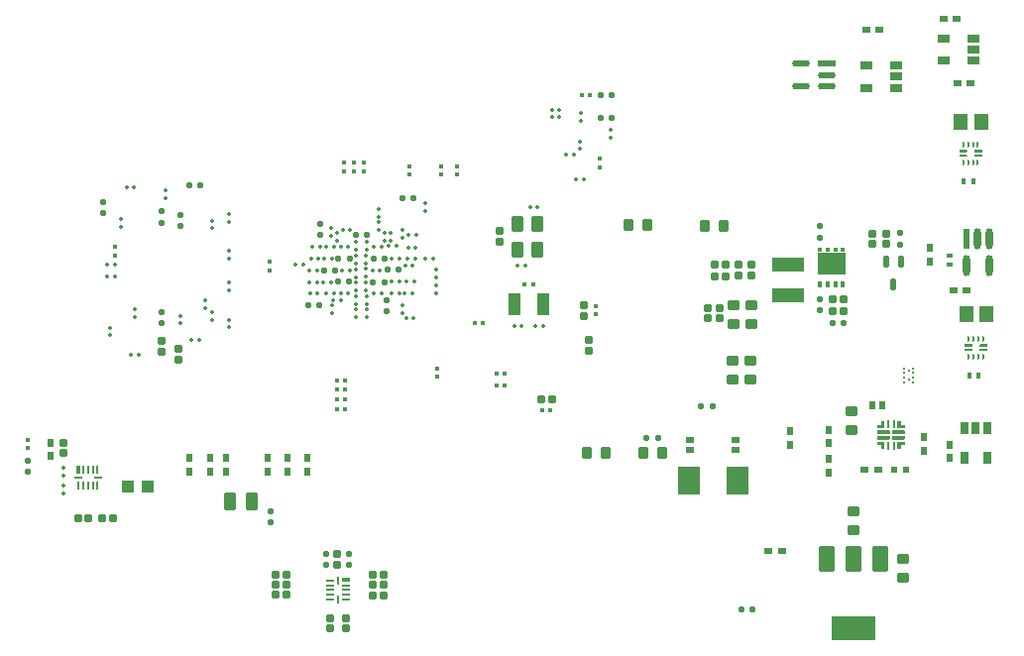
<source format=gbp>
G04*
G04 #@! TF.GenerationSoftware,Altium Limited,Altium Designer,25.1.2 (22)*
G04*
G04 Layer_Color=128*
%FSAX25Y25*%
%MOIN*%
G70*
G04*
G04 #@! TF.SameCoordinates,C8C0AD5F-FC7A-4EF2-B1F4-1BF668D8B3FE*
G04*
G04*
G04 #@! TF.FilePolarity,Positive*
G04*
G01*
G75*
G04:AMPARAMS|DCode=19|XSize=20mil|YSize=20mil|CornerRadius=2mil|HoleSize=0mil|Usage=FLASHONLY|Rotation=180.000|XOffset=0mil|YOffset=0mil|HoleType=Round|Shape=RoundedRectangle|*
%AMROUNDEDRECTD19*
21,1,0.02000,0.01600,0,0,180.0*
21,1,0.01600,0.02000,0,0,180.0*
1,1,0.00400,-0.00800,0.00800*
1,1,0.00400,0.00800,0.00800*
1,1,0.00400,0.00800,-0.00800*
1,1,0.00400,-0.00800,-0.00800*
%
%ADD19ROUNDEDRECTD19*%
%ADD22R,0.02953X0.02362*%
G04:AMPARAMS|DCode=26|XSize=37.4mil|YSize=33.47mil|CornerRadius=3.35mil|HoleSize=0mil|Usage=FLASHONLY|Rotation=270.000|XOffset=0mil|YOffset=0mil|HoleType=Round|Shape=RoundedRectangle|*
%AMROUNDEDRECTD26*
21,1,0.03740,0.02677,0,0,270.0*
21,1,0.03071,0.03347,0,0,270.0*
1,1,0.00669,-0.01339,-0.01535*
1,1,0.00669,-0.01339,0.01535*
1,1,0.00669,0.01339,0.01535*
1,1,0.00669,0.01339,-0.01535*
%
%ADD26ROUNDEDRECTD26*%
G04:AMPARAMS|DCode=29|XSize=12.01mil|YSize=12.01mil|CornerRadius=1.2mil|HoleSize=0mil|Usage=FLASHONLY|Rotation=180.000|XOffset=0mil|YOffset=0mil|HoleType=Round|Shape=RoundedRectangle|*
%AMROUNDEDRECTD29*
21,1,0.01201,0.00961,0,0,180.0*
21,1,0.00961,0.01201,0,0,180.0*
1,1,0.00240,-0.00480,0.00480*
1,1,0.00240,0.00480,0.00480*
1,1,0.00240,0.00480,-0.00480*
1,1,0.00240,-0.00480,-0.00480*
%
%ADD29ROUNDEDRECTD29*%
G04:AMPARAMS|DCode=30|XSize=12.01mil|YSize=12.01mil|CornerRadius=1.2mil|HoleSize=0mil|Usage=FLASHONLY|Rotation=270.000|XOffset=0mil|YOffset=0mil|HoleType=Round|Shape=RoundedRectangle|*
%AMROUNDEDRECTD30*
21,1,0.01201,0.00961,0,0,270.0*
21,1,0.00961,0.01201,0,0,270.0*
1,1,0.00240,-0.00480,-0.00480*
1,1,0.00240,-0.00480,0.00480*
1,1,0.00240,0.00480,0.00480*
1,1,0.00240,0.00480,-0.00480*
%
%ADD30ROUNDEDRECTD30*%
G04:AMPARAMS|DCode=31|XSize=13.78mil|YSize=13.78mil|CornerRadius=1.38mil|HoleSize=0mil|Usage=FLASHONLY|Rotation=180.000|XOffset=0mil|YOffset=0mil|HoleType=Round|Shape=RoundedRectangle|*
%AMROUNDEDRECTD31*
21,1,0.01378,0.01102,0,0,180.0*
21,1,0.01102,0.01378,0,0,180.0*
1,1,0.00276,-0.00551,0.00551*
1,1,0.00276,0.00551,0.00551*
1,1,0.00276,0.00551,-0.00551*
1,1,0.00276,-0.00551,-0.00551*
%
%ADD31ROUNDEDRECTD31*%
%ADD34C,0.00984*%
%ADD37R,0.01968X0.01575*%
%ADD38R,0.02520X0.02362*%
%ADD39R,0.01575X0.01968*%
G04:AMPARAMS|DCode=44|XSize=23.62mil|YSize=23.62mil|CornerRadius=2.36mil|HoleSize=0mil|Usage=FLASHONLY|Rotation=270.000|XOffset=0mil|YOffset=0mil|HoleType=Round|Shape=RoundedRectangle|*
%AMROUNDEDRECTD44*
21,1,0.02362,0.01890,0,0,270.0*
21,1,0.01890,0.02362,0,0,270.0*
1,1,0.00472,-0.00945,-0.00945*
1,1,0.00472,-0.00945,0.00945*
1,1,0.00472,0.00945,0.00945*
1,1,0.00472,0.00945,-0.00945*
%
%ADD44ROUNDEDRECTD44*%
G04:AMPARAMS|DCode=48|XSize=43.31mil|YSize=39.37mil|CornerRadius=3.94mil|HoleSize=0mil|Usage=FLASHONLY|Rotation=90.000|XOffset=0mil|YOffset=0mil|HoleType=Round|Shape=RoundedRectangle|*
%AMROUNDEDRECTD48*
21,1,0.04331,0.03150,0,0,90.0*
21,1,0.03543,0.03937,0,0,90.0*
1,1,0.00787,0.01575,0.01772*
1,1,0.00787,0.01575,-0.01772*
1,1,0.00787,-0.01575,-0.01772*
1,1,0.00787,-0.01575,0.01772*
%
%ADD48ROUNDEDRECTD48*%
G04:AMPARAMS|DCode=50|XSize=20mil|YSize=20mil|CornerRadius=2mil|HoleSize=0mil|Usage=FLASHONLY|Rotation=270.000|XOffset=0mil|YOffset=0mil|HoleType=Round|Shape=RoundedRectangle|*
%AMROUNDEDRECTD50*
21,1,0.02000,0.01600,0,0,270.0*
21,1,0.01600,0.02000,0,0,270.0*
1,1,0.00400,-0.00800,-0.00800*
1,1,0.00400,-0.00800,0.00800*
1,1,0.00400,0.00800,0.00800*
1,1,0.00400,0.00800,-0.00800*
%
%ADD50ROUNDEDRECTD50*%
G04:AMPARAMS|DCode=60|XSize=37.4mil|YSize=33.47mil|CornerRadius=3.35mil|HoleSize=0mil|Usage=FLASHONLY|Rotation=180.000|XOffset=0mil|YOffset=0mil|HoleType=Round|Shape=RoundedRectangle|*
%AMROUNDEDRECTD60*
21,1,0.03740,0.02677,0,0,180.0*
21,1,0.03071,0.03347,0,0,180.0*
1,1,0.00669,-0.01535,0.01339*
1,1,0.00669,0.01535,0.01339*
1,1,0.00669,0.01535,-0.01339*
1,1,0.00669,-0.01535,-0.01339*
%
%ADD60ROUNDEDRECTD60*%
G04:AMPARAMS|DCode=165|XSize=19.68mil|YSize=7.87mil|CornerRadius=1.97mil|HoleSize=0mil|Usage=FLASHONLY|Rotation=270.000|XOffset=0mil|YOffset=0mil|HoleType=Round|Shape=RoundedRectangle|*
%AMROUNDEDRECTD165*
21,1,0.01968,0.00394,0,0,270.0*
21,1,0.01575,0.00787,0,0,270.0*
1,1,0.00394,-0.00197,-0.00787*
1,1,0.00394,-0.00197,0.00787*
1,1,0.00394,0.00197,0.00787*
1,1,0.00394,0.00197,-0.00787*
%
%ADD165ROUNDEDRECTD165*%
%ADD167R,0.02362X0.02953*%
G04:AMPARAMS|DCode=168|XSize=23.62mil|YSize=23.62mil|CornerRadius=2.36mil|HoleSize=0mil|Usage=FLASHONLY|Rotation=180.000|XOffset=0mil|YOffset=0mil|HoleType=Round|Shape=RoundedRectangle|*
%AMROUNDEDRECTD168*
21,1,0.02362,0.01890,0,0,180.0*
21,1,0.01890,0.02362,0,0,180.0*
1,1,0.00472,-0.00945,0.00945*
1,1,0.00472,0.00945,0.00945*
1,1,0.00472,0.00945,-0.00945*
1,1,0.00472,-0.00945,-0.00945*
%
%ADD168ROUNDEDRECTD168*%
G04:AMPARAMS|DCode=169|XSize=26mil|YSize=8mil|CornerRadius=0.8mil|HoleSize=0mil|Usage=FLASHONLY|Rotation=0.000|XOffset=0mil|YOffset=0mil|HoleType=Round|Shape=RoundedRectangle|*
%AMROUNDEDRECTD169*
21,1,0.02600,0.00640,0,0,0.0*
21,1,0.02440,0.00800,0,0,0.0*
1,1,0.00160,0.01220,-0.00320*
1,1,0.00160,-0.01220,-0.00320*
1,1,0.00160,-0.01220,0.00320*
1,1,0.00160,0.01220,0.00320*
%
%ADD169ROUNDEDRECTD169*%
G04:AMPARAMS|DCode=170|XSize=8mil|YSize=26mil|CornerRadius=0.8mil|HoleSize=0mil|Usage=FLASHONLY|Rotation=0.000|XOffset=0mil|YOffset=0mil|HoleType=Round|Shape=RoundedRectangle|*
%AMROUNDEDRECTD170*
21,1,0.00800,0.02440,0,0,0.0*
21,1,0.00640,0.02600,0,0,0.0*
1,1,0.00160,0.00320,-0.01220*
1,1,0.00160,-0.00320,-0.01220*
1,1,0.00160,-0.00320,0.01220*
1,1,0.00160,0.00320,0.01220*
%
%ADD170ROUNDEDRECTD170*%
G04:AMPARAMS|DCode=171|XSize=26mil|YSize=12mil|CornerRadius=1.2mil|HoleSize=0mil|Usage=FLASHONLY|Rotation=0.000|XOffset=0mil|YOffset=0mil|HoleType=Round|Shape=RoundedRectangle|*
%AMROUNDEDRECTD171*
21,1,0.02600,0.00960,0,0,0.0*
21,1,0.02360,0.01200,0,0,0.0*
1,1,0.00240,0.01180,-0.00480*
1,1,0.00240,-0.01180,-0.00480*
1,1,0.00240,-0.01180,0.00480*
1,1,0.00240,0.01180,0.00480*
%
%ADD171ROUNDEDRECTD171*%
%ADD173R,0.05926X0.02253*%
G04:AMPARAMS|DCode=174|XSize=59.26mil|YSize=22.53mil|CornerRadius=11.26mil|HoleSize=0mil|Usage=FLASHONLY|Rotation=180.000|XOffset=0mil|YOffset=0mil|HoleType=Round|Shape=RoundedRectangle|*
%AMROUNDEDRECTD174*
21,1,0.05926,0.00000,0,0,180.0*
21,1,0.03674,0.02253,0,0,180.0*
1,1,0.02253,-0.01837,0.00000*
1,1,0.02253,0.01837,0.00000*
1,1,0.02253,0.01837,0.00000*
1,1,0.02253,-0.01837,0.00000*
%
%ADD174ROUNDEDRECTD174*%
G04:AMPARAMS|DCode=175|XSize=43.31mil|YSize=23.62mil|CornerRadius=2.01mil|HoleSize=0mil|Usage=FLASHONLY|Rotation=180.000|XOffset=0mil|YOffset=0mil|HoleType=Round|Shape=RoundedRectangle|*
%AMROUNDEDRECTD175*
21,1,0.04331,0.01961,0,0,180.0*
21,1,0.03929,0.02362,0,0,180.0*
1,1,0.00402,-0.01965,0.00980*
1,1,0.00402,0.01965,0.00980*
1,1,0.00402,0.01965,-0.00980*
1,1,0.00402,-0.01965,-0.00980*
%
%ADD175ROUNDEDRECTD175*%
%ADD176R,0.02410X0.07107*%
G04:AMPARAMS|DCode=177|XSize=71.07mil|YSize=24.1mil|CornerRadius=12.05mil|HoleSize=0mil|Usage=FLASHONLY|Rotation=270.000|XOffset=0mil|YOffset=0mil|HoleType=Round|Shape=RoundedRectangle|*
%AMROUNDEDRECTD177*
21,1,0.07107,0.00000,0,0,270.0*
21,1,0.04697,0.02410,0,0,270.0*
1,1,0.02410,0.00000,-0.02349*
1,1,0.02410,0.00000,0.02349*
1,1,0.02410,0.00000,0.02349*
1,1,0.02410,0.00000,-0.02349*
%
%ADD177ROUNDEDRECTD177*%
G04:AMPARAMS|DCode=178|XSize=23.62mil|YSize=9.84mil|CornerRadius=1.97mil|HoleSize=0mil|Usage=FLASHONLY|Rotation=90.000|XOffset=0mil|YOffset=0mil|HoleType=Round|Shape=RoundedRectangle|*
%AMROUNDEDRECTD178*
21,1,0.02362,0.00591,0,0,90.0*
21,1,0.01968,0.00984,0,0,90.0*
1,1,0.00394,0.00295,0.00984*
1,1,0.00394,0.00295,-0.00984*
1,1,0.00394,-0.00295,-0.00984*
1,1,0.00394,-0.00295,0.00984*
%
%ADD178ROUNDEDRECTD178*%
G04:AMPARAMS|DCode=183|XSize=38.98mil|YSize=19.68mil|CornerRadius=1.97mil|HoleSize=0mil|Usage=FLASHONLY|Rotation=270.000|XOffset=0mil|YOffset=0mil|HoleType=Round|Shape=RoundedRectangle|*
%AMROUNDEDRECTD183*
21,1,0.03898,0.01575,0,0,270.0*
21,1,0.03504,0.01968,0,0,270.0*
1,1,0.00394,-0.00787,-0.01752*
1,1,0.00394,-0.00787,0.01752*
1,1,0.00394,0.00787,0.01752*
1,1,0.00394,0.00787,-0.01752*
%
%ADD183ROUNDEDRECTD183*%
%ADD184R,0.04528X0.05315*%
G04:AMPARAMS|DCode=185|XSize=43.31mil|YSize=23.62mil|CornerRadius=2.01mil|HoleSize=0mil|Usage=FLASHONLY|Rotation=270.000|XOffset=0mil|YOffset=0mil|HoleType=Round|Shape=RoundedRectangle|*
%AMROUNDEDRECTD185*
21,1,0.04331,0.01961,0,0,270.0*
21,1,0.03929,0.02362,0,0,270.0*
1,1,0.00402,-0.00980,-0.01965*
1,1,0.00402,-0.00980,0.01965*
1,1,0.00402,0.00980,0.01965*
1,1,0.00402,0.00980,-0.01965*
%
%ADD185ROUNDEDRECTD185*%
%ADD186R,0.02362X0.02520*%
%ADD187R,0.01968X0.02362*%
G04:AMPARAMS|DCode=188|XSize=107.09mil|YSize=49.61mil|CornerRadius=4.96mil|HoleSize=0mil|Usage=FLASHONLY|Rotation=0.000|XOffset=0mil|YOffset=0mil|HoleType=Round|Shape=RoundedRectangle|*
%AMROUNDEDRECTD188*
21,1,0.10709,0.03969,0,0,0.0*
21,1,0.09717,0.04961,0,0,0.0*
1,1,0.00992,0.04858,-0.01984*
1,1,0.00992,-0.04858,-0.01984*
1,1,0.00992,-0.04858,0.01984*
1,1,0.00992,0.04858,0.01984*
%
%ADD188ROUNDEDRECTD188*%
%ADD189R,0.09646X0.07598*%
G04:AMPARAMS|DCode=190|XSize=13.78mil|YSize=13.78mil|CornerRadius=1.38mil|HoleSize=0mil|Usage=FLASHONLY|Rotation=90.000|XOffset=0mil|YOffset=0mil|HoleType=Round|Shape=RoundedRectangle|*
%AMROUNDEDRECTD190*
21,1,0.01378,0.01102,0,0,90.0*
21,1,0.01102,0.01378,0,0,90.0*
1,1,0.00276,0.00551,0.00551*
1,1,0.00276,0.00551,-0.00551*
1,1,0.00276,-0.00551,-0.00551*
1,1,0.00276,-0.00551,0.00551*
%
%ADD190ROUNDEDRECTD190*%
G04:AMPARAMS|DCode=191|XSize=21.65mil|YSize=13.78mil|CornerRadius=1.38mil|HoleSize=0mil|Usage=FLASHONLY|Rotation=90.000|XOffset=0mil|YOffset=0mil|HoleType=Round|Shape=RoundedRectangle|*
%AMROUNDEDRECTD191*
21,1,0.02165,0.01102,0,0,90.0*
21,1,0.01890,0.01378,0,0,90.0*
1,1,0.00276,0.00551,0.00945*
1,1,0.00276,0.00551,-0.00945*
1,1,0.00276,-0.00551,-0.00945*
1,1,0.00276,-0.00551,0.00945*
%
%ADD191ROUNDEDRECTD191*%
%ADD192R,0.14567X0.08465*%
G04:AMPARAMS|DCode=193|XSize=55.12mil|YSize=84.65mil|CornerRadius=5.51mil|HoleSize=0mil|Usage=FLASHONLY|Rotation=180.000|XOffset=0mil|YOffset=0mil|HoleType=Round|Shape=RoundedRectangle|*
%AMROUNDEDRECTD193*
21,1,0.05512,0.07362,0,0,180.0*
21,1,0.04409,0.08465,0,0,180.0*
1,1,0.01102,-0.02205,0.03681*
1,1,0.01102,0.02205,0.03681*
1,1,0.01102,0.02205,-0.03681*
1,1,0.01102,-0.02205,-0.03681*
%
%ADD193ROUNDEDRECTD193*%
%ADD194R,0.07480X0.09449*%
G04:AMPARAMS|DCode=195|XSize=26mil|YSize=12mil|CornerRadius=1.2mil|HoleSize=0mil|Usage=FLASHONLY|Rotation=90.000|XOffset=0mil|YOffset=0mil|HoleType=Round|Shape=RoundedRectangle|*
%AMROUNDEDRECTD195*
21,1,0.02600,0.00960,0,0,90.0*
21,1,0.02360,0.01200,0,0,90.0*
1,1,0.00240,0.00480,0.01180*
1,1,0.00240,0.00480,-0.01180*
1,1,0.00240,-0.00480,-0.01180*
1,1,0.00240,-0.00480,0.01180*
%
%ADD195ROUNDEDRECTD195*%
G04:AMPARAMS|DCode=196|XSize=26mil|YSize=8mil|CornerRadius=0.8mil|HoleSize=0mil|Usage=FLASHONLY|Rotation=90.000|XOffset=0mil|YOffset=0mil|HoleType=Round|Shape=RoundedRectangle|*
%AMROUNDEDRECTD196*
21,1,0.02600,0.00640,0,0,90.0*
21,1,0.02440,0.00800,0,0,90.0*
1,1,0.00160,0.00320,0.01220*
1,1,0.00160,0.00320,-0.01220*
1,1,0.00160,-0.00320,-0.01220*
1,1,0.00160,-0.00320,0.01220*
%
%ADD196ROUNDEDRECTD196*%
G04:AMPARAMS|DCode=197|XSize=8mil|YSize=26mil|CornerRadius=0.8mil|HoleSize=0mil|Usage=FLASHONLY|Rotation=90.000|XOffset=0mil|YOffset=0mil|HoleType=Round|Shape=RoundedRectangle|*
%AMROUNDEDRECTD197*
21,1,0.00800,0.02440,0,0,90.0*
21,1,0.00640,0.02600,0,0,90.0*
1,1,0.00160,0.01220,0.00320*
1,1,0.00160,0.01220,-0.00320*
1,1,0.00160,-0.01220,-0.00320*
1,1,0.00160,-0.01220,0.00320*
%
%ADD197ROUNDEDRECTD197*%
G04:AMPARAMS|DCode=198|XSize=59.06mil|YSize=39.37mil|CornerRadius=3.94mil|HoleSize=0mil|Usage=FLASHONLY|Rotation=270.000|XOffset=0mil|YOffset=0mil|HoleType=Round|Shape=RoundedRectangle|*
%AMROUNDEDRECTD198*
21,1,0.05906,0.03150,0,0,270.0*
21,1,0.05118,0.03937,0,0,270.0*
1,1,0.00787,-0.01575,-0.02559*
1,1,0.00787,-0.01575,0.02559*
1,1,0.00787,0.01575,0.02559*
1,1,0.00787,0.01575,-0.02559*
%
%ADD198ROUNDEDRECTD198*%
G04:AMPARAMS|DCode=199|XSize=42.91mil|YSize=50.79mil|CornerRadius=4.29mil|HoleSize=0mil|Usage=FLASHONLY|Rotation=0.000|XOffset=0mil|YOffset=0mil|HoleType=Round|Shape=RoundedRectangle|*
%AMROUNDEDRECTD199*
21,1,0.04291,0.04221,0,0,0.0*
21,1,0.03433,0.05079,0,0,0.0*
1,1,0.00858,0.01717,-0.02110*
1,1,0.00858,-0.01717,-0.02110*
1,1,0.00858,-0.01717,0.02110*
1,1,0.00858,0.01717,0.02110*
%
%ADD199ROUNDEDRECTD199*%
G04:AMPARAMS|DCode=200|XSize=43.31mil|YSize=74.8mil|CornerRadius=4.33mil|HoleSize=0mil|Usage=FLASHONLY|Rotation=180.000|XOffset=0mil|YOffset=0mil|HoleType=Round|Shape=RoundedRectangle|*
%AMROUNDEDRECTD200*
21,1,0.04331,0.06614,0,0,180.0*
21,1,0.03465,0.07480,0,0,180.0*
1,1,0.00866,-0.01732,0.03307*
1,1,0.00866,0.01732,0.03307*
1,1,0.00866,0.01732,-0.03307*
1,1,0.00866,-0.01732,-0.03307*
%
%ADD200ROUNDEDRECTD200*%
G36*
X0659241Y0744685D02*
X0657961D01*
X0657922D01*
X0657850Y0744715D01*
X0657794Y0744770D01*
X0657764Y0744843D01*
Y0744882D01*
X0657764D01*
Y0745374D01*
X0657764Y0745413D01*
X0657794Y0745485D01*
X0657850Y0745541D01*
X0657922Y0745571D01*
X0657961Y0745571D01*
Y0745571D01*
X0660127Y0745571D01*
X0660166Y0745571D01*
X0660238Y0745541D01*
X0660293Y0745485D01*
X0660323Y0745413D01*
X0660323Y0745374D01*
X0660323D01*
X0660323Y0743405D01*
X0660323Y0743366D01*
X0660293Y0743294D01*
X0660238Y0743238D01*
X0660166Y0743209D01*
X0660127Y0743209D01*
X0660127D01*
X0659438Y0743209D01*
X0659399Y0743209D01*
X0659326Y0743238D01*
X0659271Y0743294D01*
X0659241Y0743366D01*
X0659241Y0743405D01*
D01*
Y0744685D01*
D02*
G37*
G36*
X0657922Y0746594D02*
Y0746555D01*
X0657952Y0746483D01*
X0658007Y0746427D01*
X0658080Y0746397D01*
X0658119D01*
D01*
X0661898D01*
X0661937D01*
X0662010Y0746427D01*
X0662065Y0746483D01*
X0662095Y0746555D01*
Y0746594D01*
D01*
Y0747303D01*
Y0747342D01*
X0662065Y0747414D01*
X0662010Y0747470D01*
X0661937Y0747500D01*
X0661898D01*
D01*
X0658119D01*
X0658080D01*
X0658007Y0747470D01*
X0657952Y0747414D01*
X0657922Y0747342D01*
Y0747303D01*
D01*
Y0746594D01*
D02*
G37*
G36*
X0659241Y0751181D02*
X0657961Y0751181D01*
X0657922D01*
X0657850Y0751151D01*
X0657794Y0751096D01*
X0657764Y0751023D01*
Y0750984D01*
X0657764D01*
Y0750492D01*
X0657764Y0750453D01*
X0657794Y0750381D01*
X0657850Y0750325D01*
X0657922Y0750295D01*
X0657961Y0750295D01*
D01*
X0660127D01*
X0660166Y0750295D01*
X0660238Y0750325D01*
X0660293Y0750381D01*
X0660323Y0750453D01*
X0660323Y0750492D01*
X0660323Y0750492D01*
X0660323Y0752460D01*
X0660323Y0752500D01*
X0660293Y0752572D01*
X0660238Y0752627D01*
X0660166Y0752657D01*
X0660127Y0752657D01*
X0660127Y0752657D01*
X0659438Y0752657D01*
X0659399Y0752657D01*
X0659326Y0752627D01*
X0659271Y0752572D01*
X0659241Y0752500D01*
X0659241Y0752460D01*
Y0752460D01*
Y0751181D01*
D02*
G37*
G36*
X0658119Y0749468D02*
X0658080D01*
X0658007Y0749438D01*
X0657952Y0749383D01*
X0657922Y0749311D01*
Y0749271D01*
D01*
Y0748563D01*
Y0748524D01*
X0657952Y0748451D01*
X0658007Y0748396D01*
X0658080Y0748366D01*
X0658119D01*
D01*
X0661898D01*
X0661937D01*
X0662010Y0748396D01*
X0662065Y0748451D01*
X0662095Y0748524D01*
Y0748563D01*
D01*
Y0749271D01*
Y0749311D01*
X0662065Y0749383D01*
X0662010Y0749438D01*
X0661937Y0749468D01*
X0661898D01*
D01*
X0658119D01*
D02*
G37*
G36*
X0666859Y0747500D02*
X0663079D01*
X0663040D01*
X0662968Y0747470D01*
X0662913Y0747414D01*
X0662883Y0747342D01*
Y0747303D01*
D01*
Y0746594D01*
Y0746555D01*
X0662913Y0746483D01*
X0662968Y0746427D01*
X0663040Y0746397D01*
X0663079D01*
D01*
X0666859D01*
X0666898D01*
X0666970Y0746427D01*
X0667026Y0746483D01*
X0667056Y0746555D01*
Y0746594D01*
D01*
Y0747303D01*
Y0747342D01*
X0667026Y0747414D01*
X0666970Y0747470D01*
X0666898Y0747500D01*
X0666859D01*
D01*
D02*
G37*
G36*
X0665737Y0744685D02*
X0667016D01*
X0667056D01*
X0667128Y0744715D01*
X0667183Y0744770D01*
X0667213Y0744843D01*
Y0744882D01*
X0667213Y0744882D01*
X0667213Y0745374D01*
X0667213Y0745413D01*
X0667183Y0745485D01*
X0667128Y0745541D01*
X0667056Y0745571D01*
X0667016Y0745571D01*
X0667016Y0745571D01*
X0664851Y0745571D01*
X0664812Y0745571D01*
X0664740Y0745541D01*
X0664684Y0745485D01*
X0664654Y0745413D01*
X0664654Y0745374D01*
X0664654D01*
Y0743405D01*
X0664654Y0743366D01*
X0664684Y0743294D01*
X0664740Y0743238D01*
X0664812Y0743209D01*
X0664851Y0743209D01*
D01*
X0665540Y0743209D01*
X0665579Y0743209D01*
X0665652Y0743238D01*
X0665707Y0743294D01*
X0665737Y0743366D01*
X0665737Y0743405D01*
X0665737D01*
Y0744685D01*
D02*
G37*
G36*
X0663079Y0749468D02*
X0663040D01*
X0662968Y0749438D01*
X0662913Y0749383D01*
X0662883Y0749311D01*
Y0749271D01*
D01*
Y0748563D01*
Y0748524D01*
X0662913Y0748451D01*
X0662968Y0748396D01*
X0663040Y0748366D01*
X0663079D01*
D01*
X0666859D01*
X0666898D01*
X0666970Y0748396D01*
X0667026Y0748451D01*
X0667056Y0748524D01*
Y0748563D01*
D01*
Y0749271D01*
Y0749311D01*
X0667026Y0749383D01*
X0666970Y0749438D01*
X0666898Y0749468D01*
X0666859D01*
D01*
X0663079D01*
D02*
G37*
G36*
X0665737Y0751181D02*
X0667016Y0751181D01*
X0667056D01*
X0667128Y0751151D01*
X0667183Y0751096D01*
X0667213Y0751023D01*
Y0750984D01*
X0667213Y0750984D01*
X0667213Y0750492D01*
X0667213Y0750453D01*
X0667183Y0750381D01*
X0667128Y0750325D01*
X0667056Y0750295D01*
X0667016Y0750295D01*
X0667016D01*
X0664851Y0750295D01*
X0664812Y0750295D01*
X0664740Y0750325D01*
X0664684Y0750381D01*
X0664654Y0750453D01*
X0664654Y0750492D01*
X0664654Y0750492D01*
Y0752460D01*
X0664654Y0752500D01*
X0664684Y0752572D01*
X0664740Y0752627D01*
X0664812Y0752657D01*
X0664851Y0752657D01*
Y0752657D01*
X0665540Y0752657D01*
X0665579Y0752657D01*
X0665652Y0752627D01*
X0665707Y0752572D01*
X0665737Y0752500D01*
X0665737Y0752460D01*
X0665737Y0752460D01*
Y0751181D01*
D02*
G37*
G36*
X0687154Y0777854D02*
Y0777815D01*
X0687184Y0777743D01*
X0687240Y0777687D01*
X0687312Y0777657D01*
X0687351D01*
D01*
X0689595D01*
X0689634D01*
X0689707Y0777687D01*
X0689762Y0777743D01*
X0689792Y0777815D01*
Y0777854D01*
D01*
Y0778248D01*
Y0778287D01*
X0689762Y0778359D01*
X0689707Y0778415D01*
X0689634Y0778445D01*
X0689595D01*
D01*
X0687351D01*
X0687312D01*
X0687240Y0778415D01*
X0687184Y0778359D01*
X0687154Y0778287D01*
Y0778248D01*
D01*
Y0777854D01*
D02*
G37*
G36*
X0689595Y0776870D02*
X0687351D01*
X0687312D01*
X0687240Y0776840D01*
X0687184Y0776785D01*
X0687154Y0776712D01*
Y0776673D01*
D01*
Y0776279D01*
Y0776240D01*
X0687184Y0776168D01*
X0687240Y0776113D01*
X0687312Y0776083D01*
X0687351D01*
D01*
X0689595D01*
X0689634D01*
X0689707Y0776113D01*
X0689762Y0776168D01*
X0689792Y0776240D01*
Y0776279D01*
D01*
Y0776673D01*
Y0776712D01*
X0689762Y0776785D01*
X0689707Y0776840D01*
X0689634Y0776870D01*
X0689595D01*
D01*
D02*
G37*
G36*
X0692469D02*
X0692430D01*
X0692358Y0776840D01*
X0692302Y0776785D01*
X0692272Y0776712D01*
Y0776673D01*
D01*
Y0776279D01*
Y0776240D01*
X0692302Y0776168D01*
X0692358Y0776113D01*
X0692430Y0776083D01*
X0692469D01*
D01*
X0694713D01*
X0694752D01*
X0694825Y0776113D01*
X0694880Y0776168D01*
X0694910Y0776240D01*
Y0776279D01*
D01*
Y0776673D01*
Y0776712D01*
X0694880Y0776785D01*
X0694825Y0776840D01*
X0694752Y0776870D01*
X0694713D01*
D01*
X0692469D01*
D02*
G37*
G36*
Y0778445D02*
X0692430D01*
X0692358Y0778415D01*
X0692302Y0778359D01*
X0692272Y0778287D01*
Y0778248D01*
D01*
Y0777854D01*
Y0777815D01*
X0692302Y0777743D01*
X0692358Y0777687D01*
X0692430Y0777657D01*
X0692469D01*
D01*
X0694713D01*
X0694752D01*
X0694825Y0777687D01*
X0694880Y0777743D01*
X0694910Y0777815D01*
Y0777854D01*
D01*
Y0778248D01*
Y0778287D01*
X0694880Y0778359D01*
X0694825Y0778415D01*
X0694752Y0778445D01*
X0694713D01*
D01*
X0692469D01*
D02*
G37*
G36*
X0685383Y0843209D02*
Y0843169D01*
X0685413Y0843097D01*
X0685468Y0843042D01*
X0685540Y0843012D01*
X0685579D01*
D01*
X0687823D01*
X0687863D01*
X0687935Y0843042D01*
X0687990Y0843097D01*
X0688020Y0843169D01*
Y0843209D01*
D01*
Y0843602D01*
Y0843641D01*
X0687990Y0843714D01*
X0687935Y0843769D01*
X0687863Y0843799D01*
X0687823D01*
D01*
X0685579D01*
X0685540D01*
X0685468Y0843769D01*
X0685413Y0843714D01*
X0685383Y0843641D01*
Y0843602D01*
D01*
Y0843209D01*
D02*
G37*
G36*
X0687823Y0842224D02*
X0685579D01*
X0685540D01*
X0685468Y0842194D01*
X0685413Y0842139D01*
X0685383Y0842067D01*
Y0842027D01*
D01*
Y0841634D01*
Y0841595D01*
X0685413Y0841522D01*
X0685468Y0841467D01*
X0685540Y0841437D01*
X0685579D01*
D01*
X0687823D01*
X0687863D01*
X0687935Y0841467D01*
X0687990Y0841522D01*
X0688020Y0841595D01*
Y0841634D01*
D01*
Y0842027D01*
Y0842067D01*
X0687990Y0842139D01*
X0687935Y0842194D01*
X0687863Y0842224D01*
X0687823D01*
D01*
D02*
G37*
G36*
X0690697Y0843799D02*
X0690658D01*
X0690586Y0843769D01*
X0690531Y0843714D01*
X0690501Y0843641D01*
Y0843602D01*
D01*
Y0843209D01*
Y0843169D01*
X0690531Y0843097D01*
X0690586Y0843042D01*
X0690658Y0843012D01*
X0690697D01*
D01*
X0692942D01*
X0692981D01*
X0693053Y0843042D01*
X0693109Y0843097D01*
X0693138Y0843169D01*
Y0843209D01*
D01*
Y0843602D01*
Y0843641D01*
X0693109Y0843714D01*
X0693053Y0843769D01*
X0692981Y0843799D01*
X0692942D01*
D01*
X0690697D01*
D02*
G37*
G36*
Y0842224D02*
X0690658D01*
X0690586Y0842194D01*
X0690531Y0842139D01*
X0690501Y0842067D01*
Y0842027D01*
D01*
Y0841634D01*
Y0841595D01*
X0690531Y0841522D01*
X0690586Y0841467D01*
X0690658Y0841437D01*
X0690697D01*
D01*
X0692942D01*
X0692981D01*
X0693053Y0841467D01*
X0693109Y0841522D01*
X0693138Y0841595D01*
Y0841634D01*
D01*
Y0842027D01*
Y0842067D01*
X0693109Y0842139D01*
X0693053Y0842194D01*
X0692981Y0842224D01*
X0692942D01*
D01*
X0690697D01*
D02*
G37*
D19*
X0480106Y0707943D02*
D03*
Y0704163D02*
D03*
X0472626Y0707886D02*
D03*
Y0704106D02*
D03*
X0665638Y0811988D02*
D03*
Y0815768D02*
D03*
X0638572Y0814350D02*
D03*
Y0818130D02*
D03*
X0638473Y0789941D02*
D03*
Y0793720D02*
D03*
X0372331Y0735610D02*
D03*
Y0739390D02*
D03*
X0453847Y0722342D02*
D03*
Y0718563D02*
D03*
X0423661Y0818131D02*
D03*
Y0821910D02*
D03*
X0417161Y0789410D02*
D03*
Y0785631D02*
D03*
X0397361Y0826410D02*
D03*
Y0822631D02*
D03*
X0417261Y0819331D02*
D03*
Y0823110D02*
D03*
X0470461Y0815131D02*
D03*
Y0818910D02*
D03*
X0492861Y0789631D02*
D03*
Y0793410D02*
D03*
D22*
X0654083Y0884253D02*
D03*
X0658611D02*
D03*
X0680083Y0887953D02*
D03*
X0684611D02*
D03*
X0684733Y0866240D02*
D03*
X0689260D02*
D03*
X0687981Y0796555D02*
D03*
X0683453D02*
D03*
X0653532Y0736319D02*
D03*
X0658060D02*
D03*
X0621170Y0708853D02*
D03*
X0625698D02*
D03*
D26*
X0585476Y0741805D02*
D03*
X0579177D02*
D03*
X0560177D02*
D03*
X0566476D02*
D03*
X0606076Y0818205D02*
D03*
X0599777D02*
D03*
X0574277Y0818505D02*
D03*
X0580576D02*
D03*
D29*
X0384347Y0728253D02*
D03*
Y0730852D02*
D03*
X0384142Y0734311D02*
D03*
Y0736909D02*
D03*
X0509361Y0795521D02*
D03*
Y0798120D02*
D03*
Y0800821D02*
D03*
Y0803420D02*
D03*
X0490161Y0817021D02*
D03*
Y0819620D02*
D03*
X0498061Y0816820D02*
D03*
Y0814221D02*
D03*
X0494161Y0813221D02*
D03*
Y0815820D02*
D03*
X0485917Y0801208D02*
D03*
Y0803807D02*
D03*
X0482461Y0803520D02*
D03*
Y0800921D02*
D03*
X0486017Y0799107D02*
D03*
Y0796509D02*
D03*
X0486261Y0794620D02*
D03*
Y0792021D02*
D03*
X0482461D02*
D03*
Y0794620D02*
D03*
Y0796621D02*
D03*
Y0799220D02*
D03*
X0498261Y0791520D02*
D03*
Y0788921D02*
D03*
X0482461Y0787521D02*
D03*
Y0790120D02*
D03*
X0486261D02*
D03*
Y0787521D02*
D03*
X0474461Y0788821D02*
D03*
Y0791420D02*
D03*
X0492261Y0815820D02*
D03*
Y0813221D02*
D03*
X0474317Y0817607D02*
D03*
Y0815009D02*
D03*
X0476217Y0815807D02*
D03*
Y0813209D02*
D03*
X0418361Y0827721D02*
D03*
Y0830320D02*
D03*
X0403661Y0817921D02*
D03*
Y0820520D02*
D03*
X0408061Y0787721D02*
D03*
Y0790320D02*
D03*
X0399961Y0781421D02*
D03*
Y0784020D02*
D03*
X0431961Y0793220D02*
D03*
Y0790621D02*
D03*
X0423661Y0788020D02*
D03*
Y0785421D02*
D03*
X0434061Y0786621D02*
D03*
Y0789220D02*
D03*
Y0817421D02*
D03*
Y0820020D02*
D03*
X0439961Y0822120D02*
D03*
Y0819521D02*
D03*
Y0809920D02*
D03*
Y0807321D02*
D03*
Y0799220D02*
D03*
Y0796621D02*
D03*
Y0784121D02*
D03*
Y0786720D02*
D03*
X0486261Y0810221D02*
D03*
Y0812820D02*
D03*
X0482461D02*
D03*
Y0810221D02*
D03*
X0482617Y0805509D02*
D03*
Y0808107D02*
D03*
X0485917Y0808307D02*
D03*
Y0805709D02*
D03*
X0505861Y0825820D02*
D03*
Y0823221D02*
D03*
X0558217Y0853609D02*
D03*
Y0856207D02*
D03*
X0568117Y0850606D02*
D03*
Y0848008D02*
D03*
X0550817Y0854809D02*
D03*
Y0857407D02*
D03*
X0548417D02*
D03*
Y0854809D02*
D03*
X0557917Y0844108D02*
D03*
Y0846707D02*
D03*
X0490227Y0823804D02*
D03*
Y0821205D02*
D03*
D30*
X0505962Y0807120D02*
D03*
X0508561D02*
D03*
X0502860Y0815320D02*
D03*
X0500262D02*
D03*
X0500062Y0811020D02*
D03*
X0502661D02*
D03*
X0502561Y0807120D02*
D03*
X0499962D02*
D03*
X0498862Y0795620D02*
D03*
X0501461D02*
D03*
X0499662Y0799420D02*
D03*
X0502260D02*
D03*
X0501660Y0804820D02*
D03*
X0499062D02*
D03*
X0491060Y0795520D02*
D03*
X0488462D02*
D03*
X0479960Y0795420D02*
D03*
X0477362D02*
D03*
X0467362Y0807220D02*
D03*
X0469960D02*
D03*
X0469460Y0803320D02*
D03*
X0466862D02*
D03*
X0474261Y0799320D02*
D03*
X0471662D02*
D03*
X0472462Y0795420D02*
D03*
X0475061D02*
D03*
X0466962Y0799320D02*
D03*
X0469560D02*
D03*
X0469661Y0795520D02*
D03*
X0467062D02*
D03*
X0477460Y0793320D02*
D03*
X0474862D02*
D03*
X0478062Y0817020D02*
D03*
X0480660D02*
D03*
X0477362Y0811320D02*
D03*
X0479960D02*
D03*
X0475061D02*
D03*
X0472462D02*
D03*
X0471862Y0807220D02*
D03*
X0474461D02*
D03*
X0470461Y0811220D02*
D03*
X0467862D02*
D03*
X0462262Y0805220D02*
D03*
X0464860D02*
D03*
X0501961Y0787220D02*
D03*
X0499362D02*
D03*
X0405362Y0831320D02*
D03*
X0407961D02*
D03*
X0401461Y0805220D02*
D03*
X0398862D02*
D03*
X0398763Y0801320D02*
D03*
X0401361D02*
D03*
X0409460Y0775020D02*
D03*
X0406862D02*
D03*
X0429860Y0779920D02*
D03*
X0427262D02*
D03*
X0490660Y0803320D02*
D03*
X0488062D02*
D03*
X0480560Y0803220D02*
D03*
X0477962D02*
D03*
X0491260Y0811320D02*
D03*
X0488662D02*
D03*
X0496161Y0811520D02*
D03*
X0493562D02*
D03*
X0494562Y0807220D02*
D03*
X0497160D02*
D03*
X0494562Y0795620D02*
D03*
X0497160D02*
D03*
X0497060Y0799420D02*
D03*
X0494462D02*
D03*
X0555916Y0842408D02*
D03*
X0553318D02*
D03*
X0556518Y0833808D02*
D03*
X0559116D02*
D03*
X0535727Y0784705D02*
D03*
X0538326D02*
D03*
X0542927D02*
D03*
X0545526D02*
D03*
X0543626Y0824505D02*
D03*
X0541027D02*
D03*
X0539426Y0804805D02*
D03*
X0536827D02*
D03*
D31*
X0372331Y0746358D02*
D03*
Y0743602D02*
D03*
X0401361Y0811098D02*
D03*
Y0808342D02*
D03*
X0453561Y0803342D02*
D03*
Y0806098D02*
D03*
X0563027Y0788627D02*
D03*
Y0791383D02*
D03*
X0564517Y0838030D02*
D03*
Y0840786D02*
D03*
X0509827Y0770183D02*
D03*
Y0767427D02*
D03*
X0485027Y0836727D02*
D03*
Y0839483D02*
D03*
X0481827Y0839483D02*
D03*
Y0836727D02*
D03*
X0478627Y0839483D02*
D03*
Y0836727D02*
D03*
X0516627Y0835627D02*
D03*
Y0838383D02*
D03*
X0511227Y0835627D02*
D03*
Y0838383D02*
D03*
X0500527Y0835627D02*
D03*
Y0838383D02*
D03*
D34*
X0669969Y0765650D02*
D03*
Y0767224D02*
D03*
Y0768799D02*
D03*
Y0770374D02*
D03*
X0668394Y0766437D02*
D03*
Y0769587D02*
D03*
X0666819Y0765650D02*
D03*
Y0767224D02*
D03*
Y0768799D02*
D03*
Y0770374D02*
D03*
D37*
X0682174Y0805216D02*
D03*
Y0808366D02*
D03*
D38*
X0594772Y0746319D02*
D03*
Y0742854D02*
D03*
X0610127Y0746319D02*
D03*
Y0742854D02*
D03*
D39*
X0690048Y0833153D02*
D03*
X0686898D02*
D03*
X0692016Y0767815D02*
D03*
X0688867D02*
D03*
D44*
X0491819Y0700953D02*
D03*
X0488275D02*
D03*
X0459119Y0701053D02*
D03*
X0455575D02*
D03*
X0459119Y0697553D02*
D03*
X0455575D02*
D03*
X0459119Y0694353D02*
D03*
X0455575D02*
D03*
X0491819Y0697453D02*
D03*
X0488275D02*
D03*
X0491819Y0694053D02*
D03*
X0488275D02*
D03*
X0643001Y0789468D02*
D03*
X0646544D02*
D03*
X0646544Y0793720D02*
D03*
X0643001D02*
D03*
X0392656Y0719783D02*
D03*
X0389112D02*
D03*
X0397331D02*
D03*
X0400875D02*
D03*
X0548398Y0759905D02*
D03*
X0544855D02*
D03*
X0606698Y0801405D02*
D03*
X0603155D02*
D03*
X0606698Y0805405D02*
D03*
X0603155D02*
D03*
D48*
X0405879Y0730653D02*
D03*
X0412415D02*
D03*
D50*
X0646662Y0785531D02*
D03*
X0642882D02*
D03*
X0612157Y0689153D02*
D03*
X0615937D02*
D03*
X0501851Y0827620D02*
D03*
X0498071D02*
D03*
X0430251Y0831820D02*
D03*
X0426472D02*
D03*
X0476472Y0799420D02*
D03*
X0480251D02*
D03*
X0466471Y0791420D02*
D03*
X0470251D02*
D03*
X0488327Y0799408D02*
D03*
X0492107D02*
D03*
X0486251Y0815220D02*
D03*
X0482472D02*
D03*
X0471771Y0803320D02*
D03*
X0475551D02*
D03*
X0476672Y0807320D02*
D03*
X0480451D02*
D03*
X0488372D02*
D03*
X0492151D02*
D03*
X0493027Y0803508D02*
D03*
X0496807D02*
D03*
X0598637Y0757705D02*
D03*
X0602416D02*
D03*
X0580337Y0746905D02*
D03*
X0584116D02*
D03*
X0568637Y0854653D02*
D03*
X0564857D02*
D03*
X0564727Y0862208D02*
D03*
X0568507D02*
D03*
D60*
X0666647Y0699903D02*
D03*
Y0706202D02*
D03*
X0649103Y0749705D02*
D03*
Y0756004D02*
D03*
X0649947Y0715803D02*
D03*
Y0722102D02*
D03*
X0609427Y0791554D02*
D03*
Y0785255D02*
D03*
X0609127Y0766455D02*
D03*
Y0772754D02*
D03*
X0615427Y0791454D02*
D03*
Y0785155D02*
D03*
X0615127Y0766555D02*
D03*
Y0772854D02*
D03*
D165*
X0686898Y0839665D02*
D03*
X0688473D02*
D03*
X0690048D02*
D03*
X0691623D02*
D03*
Y0845571D02*
D03*
X0690048D02*
D03*
X0688473D02*
D03*
X0686898D02*
D03*
X0688670Y0780216D02*
D03*
X0690245D02*
D03*
X0691819D02*
D03*
X0693394D02*
D03*
Y0774311D02*
D03*
X0691819D02*
D03*
X0690245D02*
D03*
X0688670D02*
D03*
D167*
X0675447Y0806289D02*
D03*
Y0810816D02*
D03*
X0379947Y0740789D02*
D03*
Y0745316D02*
D03*
X0466052Y0740216D02*
D03*
Y0735689D02*
D03*
X0459490Y0740216D02*
D03*
Y0735689D02*
D03*
X0452928Y0740216D02*
D03*
Y0735689D02*
D03*
X0438847Y0740216D02*
D03*
Y0735689D02*
D03*
X0433375Y0740116D02*
D03*
Y0735589D02*
D03*
X0426647Y0740116D02*
D03*
Y0735589D02*
D03*
X0682347Y0740125D02*
D03*
Y0744653D02*
D03*
X0628631Y0749213D02*
D03*
Y0744685D02*
D03*
X0641623Y0749606D02*
D03*
Y0745079D02*
D03*
Y0739764D02*
D03*
Y0735236D02*
D03*
X0673512Y0742716D02*
D03*
Y0747244D02*
D03*
D168*
X0476295Y0704281D02*
D03*
Y0707825D02*
D03*
X0479147Y0682781D02*
D03*
Y0686324D02*
D03*
X0473906D02*
D03*
Y0682781D02*
D03*
X0660717Y0815650D02*
D03*
Y0812106D02*
D03*
X0656190Y0815650D02*
D03*
Y0812106D02*
D03*
X0384142Y0741831D02*
D03*
Y0745374D02*
D03*
X0417261Y0776049D02*
D03*
Y0779592D02*
D03*
X0422761Y0773249D02*
D03*
Y0776792D02*
D03*
X0615427Y0801733D02*
D03*
Y0805276D02*
D03*
X0611327Y0801733D02*
D03*
Y0805276D02*
D03*
X0559327Y0787933D02*
D03*
Y0791476D02*
D03*
X0600727Y0790676D02*
D03*
Y0787133D02*
D03*
X0604827Y0790676D02*
D03*
Y0787133D02*
D03*
X0560727Y0776333D02*
D03*
Y0779876D02*
D03*
X0530827Y0813033D02*
D03*
Y0816576D02*
D03*
D169*
X0473906Y0692618D02*
D03*
Y0694193D02*
D03*
Y0695768D02*
D03*
Y0697343D02*
D03*
Y0698918D02*
D03*
X0479220Y0692618D02*
D03*
Y0694193D02*
D03*
Y0695768D02*
D03*
Y0697343D02*
D03*
D170*
X0476563Y0692520D02*
D03*
Y0699016D02*
D03*
D171*
X0479220Y0699114D02*
D03*
D173*
X0640947Y0872793D02*
D03*
D174*
Y0869053D02*
D03*
Y0865312D02*
D03*
X0632282D02*
D03*
Y0872793D02*
D03*
D175*
X0664265Y0872193D02*
D03*
Y0868453D02*
D03*
Y0864713D02*
D03*
X0654029D02*
D03*
Y0872193D02*
D03*
X0690265Y0881293D02*
D03*
Y0877553D02*
D03*
Y0873812D02*
D03*
X0680029D02*
D03*
Y0881293D02*
D03*
D176*
X0687883Y0814077D02*
D03*
D177*
X0691623D02*
D03*
X0695363D02*
D03*
Y0805018D02*
D03*
X0687883D02*
D03*
D178*
X0663375Y0744390D02*
D03*
X0661603D02*
D03*
Y0751476D02*
D03*
X0663375D02*
D03*
D183*
X0663276Y0798642D02*
D03*
X0660717Y0806279D02*
D03*
X0665835D02*
D03*
D184*
X0692705Y0853248D02*
D03*
X0685816D02*
D03*
X0694674Y0788681D02*
D03*
X0687784D02*
D03*
D185*
X0687207Y0750371D02*
D03*
X0690947D02*
D03*
X0694687D02*
D03*
Y0740134D02*
D03*
X0687207D02*
D03*
D186*
X0659654Y0757972D02*
D03*
X0656190D02*
D03*
D187*
X0663670Y0736319D02*
D03*
X0667607D02*
D03*
D188*
X0627843Y0794862D02*
D03*
Y0805334D02*
D03*
D189*
X0642410Y0805610D02*
D03*
D190*
X0646249Y0810098D02*
D03*
X0643690D02*
D03*
X0641131D02*
D03*
X0638572D02*
D03*
X0529839Y0768708D02*
D03*
X0532595D02*
D03*
X0529839Y0764608D02*
D03*
X0532595D02*
D03*
X0476183Y0766220D02*
D03*
X0478939D02*
D03*
X0476183Y0763120D02*
D03*
X0478939D02*
D03*
X0476183Y0759920D02*
D03*
X0478939D02*
D03*
X0476183Y0756720D02*
D03*
X0478939D02*
D03*
X0525305Y0785705D02*
D03*
X0522549D02*
D03*
X0558539Y0862208D02*
D03*
X0561295D02*
D03*
X0548005Y0756105D02*
D03*
X0545249D02*
D03*
X0542105Y0798705D02*
D03*
X0539349D02*
D03*
D191*
X0638572Y0798484D02*
D03*
X0641131D02*
D03*
X0643690D02*
D03*
X0646249D02*
D03*
D192*
X0649890Y0683071D02*
D03*
D193*
X0658946Y0706102D02*
D03*
X0649890D02*
D03*
X0640835D02*
D03*
D194*
X0594675Y0732418D02*
D03*
X0610817D02*
D03*
D195*
X0389113Y0736220D02*
D03*
D196*
X0390884D02*
D03*
X0392459D02*
D03*
X0394034D02*
D03*
X0395609D02*
D03*
X0389309Y0730906D02*
D03*
X0390884D02*
D03*
X0392459D02*
D03*
X0394034D02*
D03*
X0395609D02*
D03*
D197*
X0389211Y0733563D02*
D03*
X0395707D02*
D03*
D198*
X0447489Y0725453D02*
D03*
X0440205D02*
D03*
D199*
X0536820Y0810313D02*
D03*
Y0818896D02*
D03*
X0543434D02*
D03*
Y0810313D02*
D03*
D200*
X0545648Y0791805D02*
D03*
X0535805D02*
D03*
M02*

</source>
